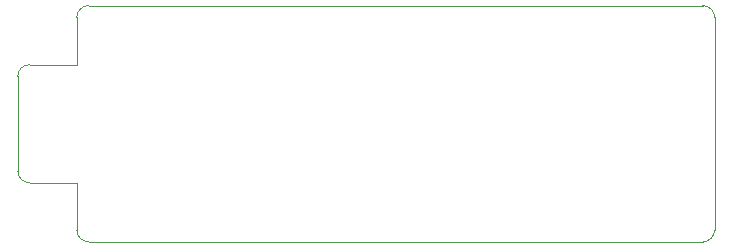
<source format=gm1>
G04 #@! TF.GenerationSoftware,KiCad,Pcbnew,(5.1.10-1-10_14)*
G04 #@! TF.CreationDate,2021-11-14T21:27:09+03:00*
G04 #@! TF.ProjectId,IR_iButton,49525f69-4275-4747-946f-6e2e6b696361,rev?*
G04 #@! TF.SameCoordinates,Original*
G04 #@! TF.FileFunction,Profile,NP*
%FSLAX46Y46*%
G04 Gerber Fmt 4.6, Leading zero omitted, Abs format (unit mm)*
G04 Created by KiCad (PCBNEW (5.1.10-1-10_14)) date 2021-11-14 21:27:09*
%MOMM*%
%LPD*%
G01*
G04 APERTURE LIST*
G04 #@! TA.AperFunction,Profile*
%ADD10C,0.050000*%
G04 #@! TD*
G04 APERTURE END LIST*
D10*
X230000000Y-101000000D02*
G75*
G02*
X231000000Y-102000000I0J-1000000D01*
G01*
X231000000Y-120000000D02*
G75*
G02*
X230000000Y-121000000I-1000000J0D01*
G01*
X177000000Y-102000000D02*
G75*
G02*
X178000000Y-101000000I1000000J0D01*
G01*
X172000000Y-107000000D02*
G75*
G02*
X173000000Y-106000000I1000000J0D01*
G01*
X173000000Y-116000000D02*
G75*
G02*
X172000000Y-115000000I0J1000000D01*
G01*
X178000000Y-121000000D02*
G75*
G02*
X177000000Y-120000000I0J1000000D01*
G01*
X174000000Y-106000000D02*
X174000000Y-106000000D01*
X172000000Y-115000000D02*
X172000000Y-107000000D01*
X173000000Y-116000000D02*
X177000000Y-116000000D01*
X177000000Y-106000000D02*
X173000000Y-106000000D01*
X177000000Y-102000000D02*
X177000000Y-106000000D01*
X177000000Y-118000000D02*
X177000000Y-116000000D01*
X178000000Y-101000000D02*
X230000000Y-101000000D01*
X177000000Y-120000000D02*
X177000000Y-118000000D01*
X230000000Y-121000000D02*
X178000000Y-121000000D01*
X231000000Y-102000000D02*
X231000000Y-120000000D01*
M02*

</source>
